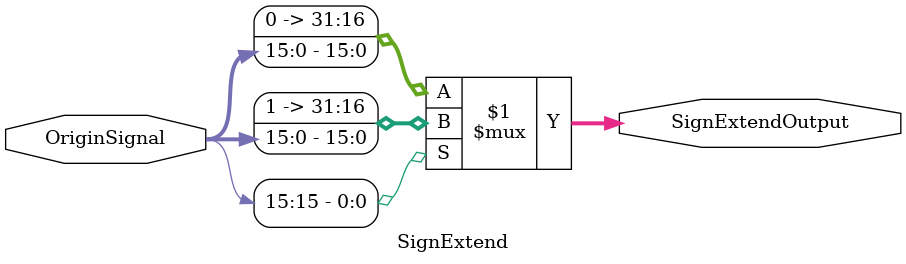
<source format=v>
module SignExtend(
    input wire [15:0] OriginSignal,

    output wire [31:0] SignExtendOutput
);

    assign SignExtendOutput = (OriginSignal[15]) ? {{16{1'b1}}, OriginSignal} : {{16{1'b0}}, OriginSignal};

endmodule


</source>
